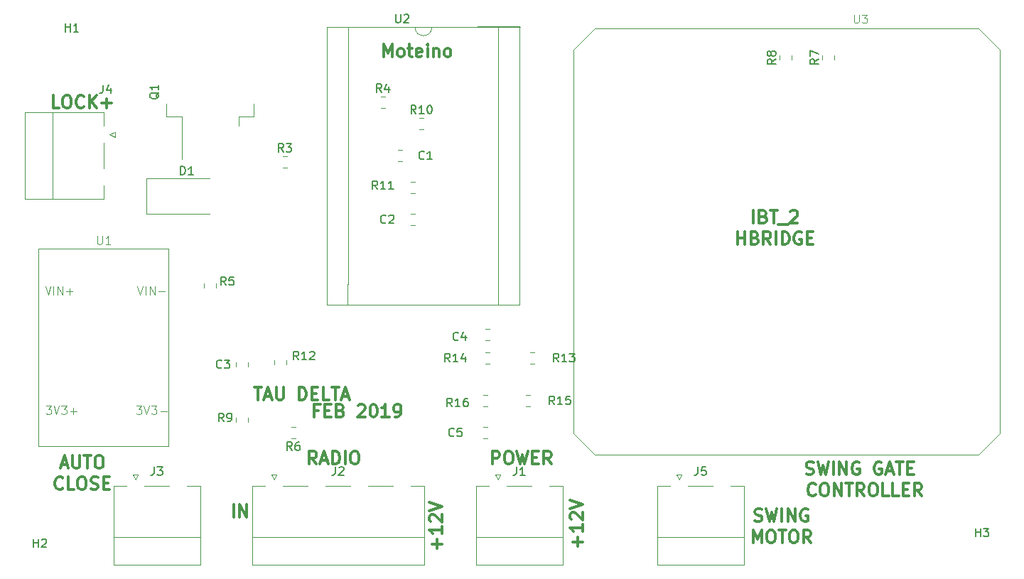
<source format=gbr>
G04 #@! TF.GenerationSoftware,KiCad,Pcbnew,5.0.2+dfsg1-1*
G04 #@! TF.CreationDate,2019-02-11T07:24:08+11:00*
G04 #@! TF.ProjectId,swinggate,7377696e-6767-4617-9465-2e6b69636164,rev?*
G04 #@! TF.SameCoordinates,Original*
G04 #@! TF.FileFunction,Legend,Top*
G04 #@! TF.FilePolarity,Positive*
%FSLAX46Y46*%
G04 Gerber Fmt 4.6, Leading zero omitted, Abs format (unit mm)*
G04 Created by KiCad (PCBNEW 5.0.2+dfsg1-1) date Mon 11 Feb 2019 07:24:08 AEDT*
%MOMM*%
%LPD*%
G01*
G04 APERTURE LIST*
%ADD10C,0.300000*%
%ADD11C,0.120000*%
%ADD12C,0.150000*%
G04 APERTURE END LIST*
D10*
X108133142Y-106572857D02*
X107633142Y-106572857D01*
X107633142Y-107358571D02*
X107633142Y-105858571D01*
X108347428Y-105858571D01*
X108918857Y-106572857D02*
X109418857Y-106572857D01*
X109633142Y-107358571D02*
X108918857Y-107358571D01*
X108918857Y-105858571D01*
X109633142Y-105858571D01*
X110776000Y-106572857D02*
X110990285Y-106644285D01*
X111061714Y-106715714D01*
X111133142Y-106858571D01*
X111133142Y-107072857D01*
X111061714Y-107215714D01*
X110990285Y-107287142D01*
X110847428Y-107358571D01*
X110276000Y-107358571D01*
X110276000Y-105858571D01*
X110776000Y-105858571D01*
X110918857Y-105930000D01*
X110990285Y-106001428D01*
X111061714Y-106144285D01*
X111061714Y-106287142D01*
X110990285Y-106430000D01*
X110918857Y-106501428D01*
X110776000Y-106572857D01*
X110276000Y-106572857D01*
X112847428Y-106001428D02*
X112918857Y-105930000D01*
X113061714Y-105858571D01*
X113418857Y-105858571D01*
X113561714Y-105930000D01*
X113633142Y-106001428D01*
X113704571Y-106144285D01*
X113704571Y-106287142D01*
X113633142Y-106501428D01*
X112776000Y-107358571D01*
X113704571Y-107358571D01*
X114633142Y-105858571D02*
X114776000Y-105858571D01*
X114918857Y-105930000D01*
X114990285Y-106001428D01*
X115061714Y-106144285D01*
X115133142Y-106430000D01*
X115133142Y-106787142D01*
X115061714Y-107072857D01*
X114990285Y-107215714D01*
X114918857Y-107287142D01*
X114776000Y-107358571D01*
X114633142Y-107358571D01*
X114490285Y-107287142D01*
X114418857Y-107215714D01*
X114347428Y-107072857D01*
X114276000Y-106787142D01*
X114276000Y-106430000D01*
X114347428Y-106144285D01*
X114418857Y-106001428D01*
X114490285Y-105930000D01*
X114633142Y-105858571D01*
X116561714Y-107358571D02*
X115704571Y-107358571D01*
X116133142Y-107358571D02*
X116133142Y-105858571D01*
X115990285Y-106072857D01*
X115847428Y-106215714D01*
X115704571Y-106287142D01*
X117276000Y-107358571D02*
X117561714Y-107358571D01*
X117704571Y-107287142D01*
X117776000Y-107215714D01*
X117918857Y-107001428D01*
X117990285Y-106715714D01*
X117990285Y-106144285D01*
X117918857Y-106001428D01*
X117847428Y-105930000D01*
X117704571Y-105858571D01*
X117418857Y-105858571D01*
X117276000Y-105930000D01*
X117204571Y-106001428D01*
X117133142Y-106144285D01*
X117133142Y-106501428D01*
X117204571Y-106644285D01*
X117276000Y-106715714D01*
X117418857Y-106787142D01*
X117704571Y-106787142D01*
X117847428Y-106715714D01*
X117918857Y-106644285D01*
X117990285Y-106501428D01*
X100493428Y-103826571D02*
X101350571Y-103826571D01*
X100922000Y-105326571D02*
X100922000Y-103826571D01*
X101779142Y-104898000D02*
X102493428Y-104898000D01*
X101636285Y-105326571D02*
X102136285Y-103826571D01*
X102636285Y-105326571D01*
X103136285Y-103826571D02*
X103136285Y-105040857D01*
X103207714Y-105183714D01*
X103279142Y-105255142D01*
X103422000Y-105326571D01*
X103707714Y-105326571D01*
X103850571Y-105255142D01*
X103922000Y-105183714D01*
X103993428Y-105040857D01*
X103993428Y-103826571D01*
X105850571Y-105326571D02*
X105850571Y-103826571D01*
X106207714Y-103826571D01*
X106422000Y-103898000D01*
X106564857Y-104040857D01*
X106636285Y-104183714D01*
X106707714Y-104469428D01*
X106707714Y-104683714D01*
X106636285Y-104969428D01*
X106564857Y-105112285D01*
X106422000Y-105255142D01*
X106207714Y-105326571D01*
X105850571Y-105326571D01*
X107350571Y-104540857D02*
X107850571Y-104540857D01*
X108064857Y-105326571D02*
X107350571Y-105326571D01*
X107350571Y-103826571D01*
X108064857Y-103826571D01*
X109422000Y-105326571D02*
X108707714Y-105326571D01*
X108707714Y-103826571D01*
X109707714Y-103826571D02*
X110564857Y-103826571D01*
X110136285Y-105326571D02*
X110136285Y-103826571D01*
X110993428Y-104898000D02*
X111707714Y-104898000D01*
X110850571Y-105326571D02*
X111350571Y-103826571D01*
X111850571Y-105326571D01*
X166263714Y-114140142D02*
X166478000Y-114211571D01*
X166835142Y-114211571D01*
X166978000Y-114140142D01*
X167049428Y-114068714D01*
X167120857Y-113925857D01*
X167120857Y-113783000D01*
X167049428Y-113640142D01*
X166978000Y-113568714D01*
X166835142Y-113497285D01*
X166549428Y-113425857D01*
X166406571Y-113354428D01*
X166335142Y-113283000D01*
X166263714Y-113140142D01*
X166263714Y-112997285D01*
X166335142Y-112854428D01*
X166406571Y-112783000D01*
X166549428Y-112711571D01*
X166906571Y-112711571D01*
X167120857Y-112783000D01*
X167620857Y-112711571D02*
X167978000Y-114211571D01*
X168263714Y-113140142D01*
X168549428Y-114211571D01*
X168906571Y-112711571D01*
X169478000Y-114211571D02*
X169478000Y-112711571D01*
X170192285Y-114211571D02*
X170192285Y-112711571D01*
X171049428Y-114211571D01*
X171049428Y-112711571D01*
X172549428Y-112783000D02*
X172406571Y-112711571D01*
X172192285Y-112711571D01*
X171978000Y-112783000D01*
X171835142Y-112925857D01*
X171763714Y-113068714D01*
X171692285Y-113354428D01*
X171692285Y-113568714D01*
X171763714Y-113854428D01*
X171835142Y-113997285D01*
X171978000Y-114140142D01*
X172192285Y-114211571D01*
X172335142Y-114211571D01*
X172549428Y-114140142D01*
X172620857Y-114068714D01*
X172620857Y-113568714D01*
X172335142Y-113568714D01*
X175192285Y-112783000D02*
X175049428Y-112711571D01*
X174835142Y-112711571D01*
X174620857Y-112783000D01*
X174478000Y-112925857D01*
X174406571Y-113068714D01*
X174335142Y-113354428D01*
X174335142Y-113568714D01*
X174406571Y-113854428D01*
X174478000Y-113997285D01*
X174620857Y-114140142D01*
X174835142Y-114211571D01*
X174978000Y-114211571D01*
X175192285Y-114140142D01*
X175263714Y-114068714D01*
X175263714Y-113568714D01*
X174978000Y-113568714D01*
X175835142Y-113783000D02*
X176549428Y-113783000D01*
X175692285Y-114211571D02*
X176192285Y-112711571D01*
X176692285Y-114211571D01*
X176978000Y-112711571D02*
X177835142Y-112711571D01*
X177406571Y-114211571D02*
X177406571Y-112711571D01*
X178335142Y-113425857D02*
X178835142Y-113425857D01*
X179049428Y-114211571D02*
X178335142Y-114211571D01*
X178335142Y-112711571D01*
X179049428Y-112711571D01*
X167370857Y-116618714D02*
X167299428Y-116690142D01*
X167085142Y-116761571D01*
X166942285Y-116761571D01*
X166728000Y-116690142D01*
X166585142Y-116547285D01*
X166513714Y-116404428D01*
X166442285Y-116118714D01*
X166442285Y-115904428D01*
X166513714Y-115618714D01*
X166585142Y-115475857D01*
X166728000Y-115333000D01*
X166942285Y-115261571D01*
X167085142Y-115261571D01*
X167299428Y-115333000D01*
X167370857Y-115404428D01*
X168299428Y-115261571D02*
X168585142Y-115261571D01*
X168728000Y-115333000D01*
X168870857Y-115475857D01*
X168942285Y-115761571D01*
X168942285Y-116261571D01*
X168870857Y-116547285D01*
X168728000Y-116690142D01*
X168585142Y-116761571D01*
X168299428Y-116761571D01*
X168156571Y-116690142D01*
X168013714Y-116547285D01*
X167942285Y-116261571D01*
X167942285Y-115761571D01*
X168013714Y-115475857D01*
X168156571Y-115333000D01*
X168299428Y-115261571D01*
X169585142Y-116761571D02*
X169585142Y-115261571D01*
X170442285Y-116761571D01*
X170442285Y-115261571D01*
X170942285Y-115261571D02*
X171799428Y-115261571D01*
X171370857Y-116761571D02*
X171370857Y-115261571D01*
X173156571Y-116761571D02*
X172656571Y-116047285D01*
X172299428Y-116761571D02*
X172299428Y-115261571D01*
X172870857Y-115261571D01*
X173013714Y-115333000D01*
X173085142Y-115404428D01*
X173156571Y-115547285D01*
X173156571Y-115761571D01*
X173085142Y-115904428D01*
X173013714Y-115975857D01*
X172870857Y-116047285D01*
X172299428Y-116047285D01*
X174085142Y-115261571D02*
X174370857Y-115261571D01*
X174513714Y-115333000D01*
X174656571Y-115475857D01*
X174728000Y-115761571D01*
X174728000Y-116261571D01*
X174656571Y-116547285D01*
X174513714Y-116690142D01*
X174370857Y-116761571D01*
X174085142Y-116761571D01*
X173942285Y-116690142D01*
X173799428Y-116547285D01*
X173728000Y-116261571D01*
X173728000Y-115761571D01*
X173799428Y-115475857D01*
X173942285Y-115333000D01*
X174085142Y-115261571D01*
X176085142Y-116761571D02*
X175370857Y-116761571D01*
X175370857Y-115261571D01*
X177299428Y-116761571D02*
X176585142Y-116761571D01*
X176585142Y-115261571D01*
X177799428Y-115975857D02*
X178299428Y-115975857D01*
X178513714Y-116761571D02*
X177799428Y-116761571D01*
X177799428Y-115261571D01*
X178513714Y-115261571D01*
X180013714Y-116761571D02*
X179513714Y-116047285D01*
X179156571Y-116761571D02*
X179156571Y-115261571D01*
X179728000Y-115261571D01*
X179870857Y-115333000D01*
X179942285Y-115404428D01*
X180013714Y-115547285D01*
X180013714Y-115761571D01*
X179942285Y-115904428D01*
X179870857Y-115975857D01*
X179728000Y-116047285D01*
X179156571Y-116047285D01*
X115923714Y-64432571D02*
X115923714Y-62932571D01*
X116423714Y-64004000D01*
X116923714Y-62932571D01*
X116923714Y-64432571D01*
X117852285Y-64432571D02*
X117709428Y-64361142D01*
X117638000Y-64289714D01*
X117566571Y-64146857D01*
X117566571Y-63718285D01*
X117638000Y-63575428D01*
X117709428Y-63504000D01*
X117852285Y-63432571D01*
X118066571Y-63432571D01*
X118209428Y-63504000D01*
X118280857Y-63575428D01*
X118352285Y-63718285D01*
X118352285Y-64146857D01*
X118280857Y-64289714D01*
X118209428Y-64361142D01*
X118066571Y-64432571D01*
X117852285Y-64432571D01*
X118780857Y-63432571D02*
X119352285Y-63432571D01*
X118995142Y-62932571D02*
X118995142Y-64218285D01*
X119066571Y-64361142D01*
X119209428Y-64432571D01*
X119352285Y-64432571D01*
X120423714Y-64361142D02*
X120280857Y-64432571D01*
X119995142Y-64432571D01*
X119852285Y-64361142D01*
X119780857Y-64218285D01*
X119780857Y-63646857D01*
X119852285Y-63504000D01*
X119995142Y-63432571D01*
X120280857Y-63432571D01*
X120423714Y-63504000D01*
X120495142Y-63646857D01*
X120495142Y-63789714D01*
X119780857Y-63932571D01*
X121138000Y-64432571D02*
X121138000Y-63432571D01*
X121138000Y-62932571D02*
X121066571Y-63004000D01*
X121138000Y-63075428D01*
X121209428Y-63004000D01*
X121138000Y-62932571D01*
X121138000Y-63075428D01*
X121852285Y-63432571D02*
X121852285Y-64432571D01*
X121852285Y-63575428D02*
X121923714Y-63504000D01*
X122066571Y-63432571D01*
X122280857Y-63432571D01*
X122423714Y-63504000D01*
X122495142Y-63646857D01*
X122495142Y-64432571D01*
X123423714Y-64432571D02*
X123280857Y-64361142D01*
X123209428Y-64289714D01*
X123138000Y-64146857D01*
X123138000Y-63718285D01*
X123209428Y-63575428D01*
X123280857Y-63504000D01*
X123423714Y-63432571D01*
X123638000Y-63432571D01*
X123780857Y-63504000D01*
X123852285Y-63575428D01*
X123923714Y-63718285D01*
X123923714Y-64146857D01*
X123852285Y-64289714D01*
X123780857Y-64361142D01*
X123638000Y-64432571D01*
X123423714Y-64432571D01*
X159952857Y-84239571D02*
X159952857Y-82739571D01*
X161167142Y-83453857D02*
X161381428Y-83525285D01*
X161452857Y-83596714D01*
X161524285Y-83739571D01*
X161524285Y-83953857D01*
X161452857Y-84096714D01*
X161381428Y-84168142D01*
X161238571Y-84239571D01*
X160667142Y-84239571D01*
X160667142Y-82739571D01*
X161167142Y-82739571D01*
X161310000Y-82811000D01*
X161381428Y-82882428D01*
X161452857Y-83025285D01*
X161452857Y-83168142D01*
X161381428Y-83311000D01*
X161310000Y-83382428D01*
X161167142Y-83453857D01*
X160667142Y-83453857D01*
X161952857Y-82739571D02*
X162810000Y-82739571D01*
X162381428Y-84239571D02*
X162381428Y-82739571D01*
X162952857Y-84382428D02*
X164095714Y-84382428D01*
X164381428Y-82882428D02*
X164452857Y-82811000D01*
X164595714Y-82739571D01*
X164952857Y-82739571D01*
X165095714Y-82811000D01*
X165167142Y-82882428D01*
X165238571Y-83025285D01*
X165238571Y-83168142D01*
X165167142Y-83382428D01*
X164310000Y-84239571D01*
X165238571Y-84239571D01*
X158095714Y-86789571D02*
X158095714Y-85289571D01*
X158095714Y-86003857D02*
X158952857Y-86003857D01*
X158952857Y-86789571D02*
X158952857Y-85289571D01*
X160167142Y-86003857D02*
X160381428Y-86075285D01*
X160452857Y-86146714D01*
X160524285Y-86289571D01*
X160524285Y-86503857D01*
X160452857Y-86646714D01*
X160381428Y-86718142D01*
X160238571Y-86789571D01*
X159667142Y-86789571D01*
X159667142Y-85289571D01*
X160167142Y-85289571D01*
X160310000Y-85361000D01*
X160381428Y-85432428D01*
X160452857Y-85575285D01*
X160452857Y-85718142D01*
X160381428Y-85861000D01*
X160310000Y-85932428D01*
X160167142Y-86003857D01*
X159667142Y-86003857D01*
X162024285Y-86789571D02*
X161524285Y-86075285D01*
X161167142Y-86789571D02*
X161167142Y-85289571D01*
X161738571Y-85289571D01*
X161881428Y-85361000D01*
X161952857Y-85432428D01*
X162024285Y-85575285D01*
X162024285Y-85789571D01*
X161952857Y-85932428D01*
X161881428Y-86003857D01*
X161738571Y-86075285D01*
X161167142Y-86075285D01*
X162667142Y-86789571D02*
X162667142Y-85289571D01*
X163381428Y-86789571D02*
X163381428Y-85289571D01*
X163738571Y-85289571D01*
X163952857Y-85361000D01*
X164095714Y-85503857D01*
X164167142Y-85646714D01*
X164238571Y-85932428D01*
X164238571Y-86146714D01*
X164167142Y-86432428D01*
X164095714Y-86575285D01*
X163952857Y-86718142D01*
X163738571Y-86789571D01*
X163381428Y-86789571D01*
X165667142Y-85361000D02*
X165524285Y-85289571D01*
X165310000Y-85289571D01*
X165095714Y-85361000D01*
X164952857Y-85503857D01*
X164881428Y-85646714D01*
X164810000Y-85932428D01*
X164810000Y-86146714D01*
X164881428Y-86432428D01*
X164952857Y-86575285D01*
X165095714Y-86718142D01*
X165310000Y-86789571D01*
X165452857Y-86789571D01*
X165667142Y-86718142D01*
X165738571Y-86646714D01*
X165738571Y-86146714D01*
X165452857Y-86146714D01*
X166381428Y-86003857D02*
X166881428Y-86003857D01*
X167095714Y-86789571D02*
X166381428Y-86789571D01*
X166381428Y-85289571D01*
X167095714Y-85289571D01*
X139045142Y-122784857D02*
X139045142Y-121642000D01*
X139616571Y-122213428D02*
X138473714Y-122213428D01*
X139616571Y-120142000D02*
X139616571Y-120999142D01*
X139616571Y-120570571D02*
X138116571Y-120570571D01*
X138330857Y-120713428D01*
X138473714Y-120856285D01*
X138545142Y-120999142D01*
X138259428Y-119570571D02*
X138188000Y-119499142D01*
X138116571Y-119356285D01*
X138116571Y-118999142D01*
X138188000Y-118856285D01*
X138259428Y-118784857D01*
X138402285Y-118713428D01*
X138545142Y-118713428D01*
X138759428Y-118784857D01*
X139616571Y-119642000D01*
X139616571Y-118713428D01*
X138116571Y-118284857D02*
X139616571Y-117784857D01*
X138116571Y-117284857D01*
X128869714Y-112946571D02*
X128869714Y-111446571D01*
X129441142Y-111446571D01*
X129584000Y-111518000D01*
X129655428Y-111589428D01*
X129726857Y-111732285D01*
X129726857Y-111946571D01*
X129655428Y-112089428D01*
X129584000Y-112160857D01*
X129441142Y-112232285D01*
X128869714Y-112232285D01*
X130655428Y-111446571D02*
X130941142Y-111446571D01*
X131084000Y-111518000D01*
X131226857Y-111660857D01*
X131298285Y-111946571D01*
X131298285Y-112446571D01*
X131226857Y-112732285D01*
X131084000Y-112875142D01*
X130941142Y-112946571D01*
X130655428Y-112946571D01*
X130512571Y-112875142D01*
X130369714Y-112732285D01*
X130298285Y-112446571D01*
X130298285Y-111946571D01*
X130369714Y-111660857D01*
X130512571Y-111518000D01*
X130655428Y-111446571D01*
X131798285Y-111446571D02*
X132155428Y-112946571D01*
X132441142Y-111875142D01*
X132726857Y-112946571D01*
X133084000Y-111446571D01*
X133655428Y-112160857D02*
X134155428Y-112160857D01*
X134369714Y-112946571D02*
X133655428Y-112946571D01*
X133655428Y-111446571D01*
X134369714Y-111446571D01*
X135869714Y-112946571D02*
X135369714Y-112232285D01*
X135012571Y-112946571D02*
X135012571Y-111446571D01*
X135584000Y-111446571D01*
X135726857Y-111518000D01*
X135798285Y-111589428D01*
X135869714Y-111732285D01*
X135869714Y-111946571D01*
X135798285Y-112089428D01*
X135726857Y-112160857D01*
X135584000Y-112232285D01*
X135012571Y-112232285D01*
X122281142Y-123038857D02*
X122281142Y-121896000D01*
X122852571Y-122467428D02*
X121709714Y-122467428D01*
X122852571Y-120396000D02*
X122852571Y-121253142D01*
X122852571Y-120824571D02*
X121352571Y-120824571D01*
X121566857Y-120967428D01*
X121709714Y-121110285D01*
X121781142Y-121253142D01*
X121495428Y-119824571D02*
X121424000Y-119753142D01*
X121352571Y-119610285D01*
X121352571Y-119253142D01*
X121424000Y-119110285D01*
X121495428Y-119038857D01*
X121638285Y-118967428D01*
X121781142Y-118967428D01*
X121995428Y-119038857D01*
X122852571Y-119896000D01*
X122852571Y-118967428D01*
X121352571Y-118538857D02*
X122852571Y-118038857D01*
X121352571Y-117538857D01*
X98020285Y-119296571D02*
X98020285Y-117796571D01*
X98734571Y-119296571D02*
X98734571Y-117796571D01*
X99591714Y-119296571D01*
X99591714Y-117796571D01*
X107910571Y-112946571D02*
X107410571Y-112232285D01*
X107053428Y-112946571D02*
X107053428Y-111446571D01*
X107624857Y-111446571D01*
X107767714Y-111518000D01*
X107839142Y-111589428D01*
X107910571Y-111732285D01*
X107910571Y-111946571D01*
X107839142Y-112089428D01*
X107767714Y-112160857D01*
X107624857Y-112232285D01*
X107053428Y-112232285D01*
X108482000Y-112518000D02*
X109196285Y-112518000D01*
X108339142Y-112946571D02*
X108839142Y-111446571D01*
X109339142Y-112946571D01*
X109839142Y-112946571D02*
X109839142Y-111446571D01*
X110196285Y-111446571D01*
X110410571Y-111518000D01*
X110553428Y-111660857D01*
X110624857Y-111803714D01*
X110696285Y-112089428D01*
X110696285Y-112303714D01*
X110624857Y-112589428D01*
X110553428Y-112732285D01*
X110410571Y-112875142D01*
X110196285Y-112946571D01*
X109839142Y-112946571D01*
X111339142Y-112946571D02*
X111339142Y-111446571D01*
X112339142Y-111446571D02*
X112624857Y-111446571D01*
X112767714Y-111518000D01*
X112910571Y-111660857D01*
X112982000Y-111946571D01*
X112982000Y-112446571D01*
X112910571Y-112732285D01*
X112767714Y-112875142D01*
X112624857Y-112946571D01*
X112339142Y-112946571D01*
X112196285Y-112875142D01*
X112053428Y-112732285D01*
X111982000Y-112446571D01*
X111982000Y-111946571D01*
X112053428Y-111660857D01*
X112196285Y-111518000D01*
X112339142Y-111446571D01*
X77510000Y-113021000D02*
X78224285Y-113021000D01*
X77367142Y-113449571D02*
X77867142Y-111949571D01*
X78367142Y-113449571D01*
X78867142Y-111949571D02*
X78867142Y-113163857D01*
X78938571Y-113306714D01*
X79010000Y-113378142D01*
X79152857Y-113449571D01*
X79438571Y-113449571D01*
X79581428Y-113378142D01*
X79652857Y-113306714D01*
X79724285Y-113163857D01*
X79724285Y-111949571D01*
X80224285Y-111949571D02*
X81081428Y-111949571D01*
X80652857Y-113449571D02*
X80652857Y-111949571D01*
X81867142Y-111949571D02*
X82152857Y-111949571D01*
X82295714Y-112021000D01*
X82438571Y-112163857D01*
X82510000Y-112449571D01*
X82510000Y-112949571D01*
X82438571Y-113235285D01*
X82295714Y-113378142D01*
X82152857Y-113449571D01*
X81867142Y-113449571D01*
X81724285Y-113378142D01*
X81581428Y-113235285D01*
X81510000Y-112949571D01*
X81510000Y-112449571D01*
X81581428Y-112163857D01*
X81724285Y-112021000D01*
X81867142Y-111949571D01*
X77688571Y-115856714D02*
X77617142Y-115928142D01*
X77402857Y-115999571D01*
X77260000Y-115999571D01*
X77045714Y-115928142D01*
X76902857Y-115785285D01*
X76831428Y-115642428D01*
X76760000Y-115356714D01*
X76760000Y-115142428D01*
X76831428Y-114856714D01*
X76902857Y-114713857D01*
X77045714Y-114571000D01*
X77260000Y-114499571D01*
X77402857Y-114499571D01*
X77617142Y-114571000D01*
X77688571Y-114642428D01*
X79045714Y-115999571D02*
X78331428Y-115999571D01*
X78331428Y-114499571D01*
X79831428Y-114499571D02*
X80117142Y-114499571D01*
X80260000Y-114571000D01*
X80402857Y-114713857D01*
X80474285Y-114999571D01*
X80474285Y-115499571D01*
X80402857Y-115785285D01*
X80260000Y-115928142D01*
X80117142Y-115999571D01*
X79831428Y-115999571D01*
X79688571Y-115928142D01*
X79545714Y-115785285D01*
X79474285Y-115499571D01*
X79474285Y-114999571D01*
X79545714Y-114713857D01*
X79688571Y-114571000D01*
X79831428Y-114499571D01*
X81045714Y-115928142D02*
X81260000Y-115999571D01*
X81617142Y-115999571D01*
X81760000Y-115928142D01*
X81831428Y-115856714D01*
X81902857Y-115713857D01*
X81902857Y-115571000D01*
X81831428Y-115428142D01*
X81760000Y-115356714D01*
X81617142Y-115285285D01*
X81331428Y-115213857D01*
X81188571Y-115142428D01*
X81117142Y-115071000D01*
X81045714Y-114928142D01*
X81045714Y-114785285D01*
X81117142Y-114642428D01*
X81188571Y-114571000D01*
X81331428Y-114499571D01*
X81688571Y-114499571D01*
X81902857Y-114571000D01*
X82545714Y-115213857D02*
X83045714Y-115213857D01*
X83260000Y-115999571D02*
X82545714Y-115999571D01*
X82545714Y-114499571D01*
X83260000Y-114499571D01*
X77260000Y-70528571D02*
X76545714Y-70528571D01*
X76545714Y-69028571D01*
X78045714Y-69028571D02*
X78331428Y-69028571D01*
X78474285Y-69100000D01*
X78617142Y-69242857D01*
X78688571Y-69528571D01*
X78688571Y-70028571D01*
X78617142Y-70314285D01*
X78474285Y-70457142D01*
X78331428Y-70528571D01*
X78045714Y-70528571D01*
X77902857Y-70457142D01*
X77760000Y-70314285D01*
X77688571Y-70028571D01*
X77688571Y-69528571D01*
X77760000Y-69242857D01*
X77902857Y-69100000D01*
X78045714Y-69028571D01*
X80188571Y-70385714D02*
X80117142Y-70457142D01*
X79902857Y-70528571D01*
X79760000Y-70528571D01*
X79545714Y-70457142D01*
X79402857Y-70314285D01*
X79331428Y-70171428D01*
X79260000Y-69885714D01*
X79260000Y-69671428D01*
X79331428Y-69385714D01*
X79402857Y-69242857D01*
X79545714Y-69100000D01*
X79760000Y-69028571D01*
X79902857Y-69028571D01*
X80117142Y-69100000D01*
X80188571Y-69171428D01*
X80831428Y-70528571D02*
X80831428Y-69028571D01*
X81688571Y-70528571D02*
X81045714Y-69671428D01*
X81688571Y-69028571D02*
X80831428Y-69885714D01*
X82331428Y-69957142D02*
X83474285Y-69957142D01*
X82902857Y-70528571D02*
X82902857Y-69385714D01*
X160143428Y-119728142D02*
X160357714Y-119799571D01*
X160714857Y-119799571D01*
X160857714Y-119728142D01*
X160929142Y-119656714D01*
X161000571Y-119513857D01*
X161000571Y-119371000D01*
X160929142Y-119228142D01*
X160857714Y-119156714D01*
X160714857Y-119085285D01*
X160429142Y-119013857D01*
X160286285Y-118942428D01*
X160214857Y-118871000D01*
X160143428Y-118728142D01*
X160143428Y-118585285D01*
X160214857Y-118442428D01*
X160286285Y-118371000D01*
X160429142Y-118299571D01*
X160786285Y-118299571D01*
X161000571Y-118371000D01*
X161500571Y-118299571D02*
X161857714Y-119799571D01*
X162143428Y-118728142D01*
X162429142Y-119799571D01*
X162786285Y-118299571D01*
X163357714Y-119799571D02*
X163357714Y-118299571D01*
X164072000Y-119799571D02*
X164072000Y-118299571D01*
X164929142Y-119799571D01*
X164929142Y-118299571D01*
X166429142Y-118371000D02*
X166286285Y-118299571D01*
X166072000Y-118299571D01*
X165857714Y-118371000D01*
X165714857Y-118513857D01*
X165643428Y-118656714D01*
X165572000Y-118942428D01*
X165572000Y-119156714D01*
X165643428Y-119442428D01*
X165714857Y-119585285D01*
X165857714Y-119728142D01*
X166072000Y-119799571D01*
X166214857Y-119799571D01*
X166429142Y-119728142D01*
X166500571Y-119656714D01*
X166500571Y-119156714D01*
X166214857Y-119156714D01*
X159929142Y-122349571D02*
X159929142Y-120849571D01*
X160429142Y-121921000D01*
X160929142Y-120849571D01*
X160929142Y-122349571D01*
X161929142Y-120849571D02*
X162214857Y-120849571D01*
X162357714Y-120921000D01*
X162500571Y-121063857D01*
X162572000Y-121349571D01*
X162572000Y-121849571D01*
X162500571Y-122135285D01*
X162357714Y-122278142D01*
X162214857Y-122349571D01*
X161929142Y-122349571D01*
X161786285Y-122278142D01*
X161643428Y-122135285D01*
X161572000Y-121849571D01*
X161572000Y-121349571D01*
X161643428Y-121063857D01*
X161786285Y-120921000D01*
X161929142Y-120849571D01*
X163000571Y-120849571D02*
X163857714Y-120849571D01*
X163429142Y-122349571D02*
X163429142Y-120849571D01*
X164643428Y-120849571D02*
X164929142Y-120849571D01*
X165072000Y-120921000D01*
X165214857Y-121063857D01*
X165286285Y-121349571D01*
X165286285Y-121849571D01*
X165214857Y-122135285D01*
X165072000Y-122278142D01*
X164929142Y-122349571D01*
X164643428Y-122349571D01*
X164500571Y-122278142D01*
X164357714Y-122135285D01*
X164286285Y-121849571D01*
X164286285Y-121349571D01*
X164357714Y-121063857D01*
X164500571Y-120921000D01*
X164643428Y-120849571D01*
X166786285Y-122349571D02*
X166286285Y-121635285D01*
X165929142Y-122349571D02*
X165929142Y-120849571D01*
X166500571Y-120849571D01*
X166643428Y-120921000D01*
X166714857Y-120992428D01*
X166786285Y-121135285D01*
X166786285Y-121349571D01*
X166714857Y-121492428D01*
X166643428Y-121563857D01*
X166500571Y-121635285D01*
X165929142Y-121635285D01*
D11*
G04 #@! TO.C,U3*
X138490001Y-63560001D02*
X141030001Y-61020001D01*
X138490001Y-109280001D02*
X138490001Y-63560001D01*
X141030001Y-111820001D02*
X138490001Y-109280001D01*
X186750001Y-111820001D02*
X141030001Y-111820001D01*
X189290001Y-109280001D02*
X186750001Y-111820001D01*
X189290001Y-63560001D02*
X189290001Y-109280001D01*
X186750001Y-61020001D02*
X189290001Y-63560001D01*
X141030001Y-61020001D02*
X186750001Y-61020001D01*
G04 #@! TO.C,C1*
X118126252Y-75490000D02*
X117603748Y-75490000D01*
X118126252Y-76910000D02*
X117603748Y-76910000D01*
G04 #@! TO.C,C2*
X119118748Y-84530000D02*
X119641252Y-84530000D01*
X119118748Y-83110000D02*
X119641252Y-83110000D01*
G04 #@! TO.C,C3*
X99770000Y-101326252D02*
X99770000Y-100803748D01*
X98350000Y-101326252D02*
X98350000Y-100803748D01*
G04 #@! TO.C,C4*
X128531252Y-96826000D02*
X128008748Y-96826000D01*
X128531252Y-98246000D02*
X128008748Y-98246000D01*
G04 #@! TO.C,C5*
X128286252Y-108510000D02*
X127763748Y-108510000D01*
X128286252Y-109930000D02*
X127763748Y-109930000D01*
G04 #@! TO.C,D1*
X87606000Y-78876000D02*
X95156000Y-78876000D01*
X87606000Y-83176000D02*
X95156000Y-83176000D01*
X87606000Y-78876000D02*
X87606000Y-83176000D01*
G04 #@! TO.C,J1*
X129240000Y-114240000D02*
X129840000Y-114240000D01*
X129540000Y-114840000D02*
X129240000Y-114240000D01*
X129840000Y-114240000D02*
X129540000Y-114840000D01*
X126890000Y-121640000D02*
X137270000Y-121640000D01*
X130590000Y-115530000D02*
X133570000Y-115530000D01*
X137270000Y-115530000D02*
X135670000Y-115530000D01*
X126890000Y-115530000D02*
X128490000Y-115530000D01*
X137270000Y-124950000D02*
X137270000Y-115530000D01*
X126890000Y-124950000D02*
X137270000Y-124950000D01*
X126890000Y-115530000D02*
X126890000Y-124950000D01*
G04 #@! TO.C,J3*
X86060000Y-114240000D02*
X86660000Y-114240000D01*
X86360000Y-114840000D02*
X86060000Y-114240000D01*
X86660000Y-114240000D02*
X86360000Y-114840000D01*
X83710000Y-121640000D02*
X94090000Y-121640000D01*
X87410000Y-115530000D02*
X90390000Y-115530000D01*
X94090000Y-115530000D02*
X92490000Y-115530000D01*
X83710000Y-115530000D02*
X85310000Y-115530000D01*
X94090000Y-124950000D02*
X94090000Y-115530000D01*
X83710000Y-124950000D02*
X94090000Y-124950000D01*
X83710000Y-115530000D02*
X83710000Y-124950000D01*
G04 #@! TO.C,J4*
X83880000Y-73360000D02*
X83880000Y-73960000D01*
X83280000Y-73660000D02*
X83880000Y-73360000D01*
X83880000Y-73960000D02*
X83280000Y-73660000D01*
X76480000Y-71010000D02*
X76480000Y-81390000D01*
X82590000Y-74710000D02*
X82590000Y-77690000D01*
X82590000Y-81390000D02*
X82590000Y-79790000D01*
X82590000Y-71010000D02*
X82590000Y-72610000D01*
X73170000Y-81390000D02*
X82590000Y-81390000D01*
X73170000Y-71010000D02*
X73170000Y-81390000D01*
X82590000Y-71010000D02*
X73170000Y-71010000D01*
G04 #@! TO.C,J5*
X150830000Y-114240000D02*
X151430000Y-114240000D01*
X151130000Y-114840000D02*
X150830000Y-114240000D01*
X151430000Y-114240000D02*
X151130000Y-114840000D01*
X148480000Y-121640000D02*
X158860000Y-121640000D01*
X152180000Y-115530000D02*
X155160000Y-115530000D01*
X158860000Y-115530000D02*
X157260000Y-115530000D01*
X148480000Y-115530000D02*
X150080000Y-115530000D01*
X158860000Y-124950000D02*
X158860000Y-115530000D01*
X148480000Y-124950000D02*
X158860000Y-124950000D01*
X148480000Y-115530000D02*
X148480000Y-124950000D01*
G04 #@! TO.C,Q1*
X98640000Y-71530000D02*
X98640000Y-72630000D01*
X100450000Y-71530000D02*
X98640000Y-71530000D01*
X100450000Y-70030000D02*
X100450000Y-71530000D01*
X91860000Y-71530000D02*
X91860000Y-76655000D01*
X90050000Y-71530000D02*
X91860000Y-71530000D01*
X90050000Y-70030000D02*
X90050000Y-71530000D01*
G04 #@! TO.C,R3*
X103869748Y-77672000D02*
X104392252Y-77672000D01*
X103869748Y-76252000D02*
X104392252Y-76252000D01*
G04 #@! TO.C,R4*
X115553748Y-70560000D02*
X116076252Y-70560000D01*
X115553748Y-69140000D02*
X116076252Y-69140000D01*
G04 #@! TO.C,R5*
X94540000Y-91432748D02*
X94540000Y-91955252D01*
X95960000Y-91432748D02*
X95960000Y-91955252D01*
G04 #@! TO.C,R6*
X105426252Y-108510000D02*
X104903748Y-108510000D01*
X105426252Y-109930000D02*
X104903748Y-109930000D01*
G04 #@! TO.C,R7*
X169620000Y-64786252D02*
X169620000Y-64263748D01*
X168200000Y-64786252D02*
X168200000Y-64263748D01*
G04 #@! TO.C,R8*
X164540000Y-64786252D02*
X164540000Y-64263748D01*
X163120000Y-64786252D02*
X163120000Y-64263748D01*
G04 #@! TO.C,R9*
X98350000Y-107443748D02*
X98350000Y-107966252D01*
X99770000Y-107443748D02*
X99770000Y-107966252D01*
G04 #@! TO.C,R10*
X120143748Y-73100000D02*
X120666252Y-73100000D01*
X120143748Y-71680000D02*
X120666252Y-71680000D01*
G04 #@! TO.C,R11*
X119118748Y-80720000D02*
X119641252Y-80720000D01*
X119118748Y-79300000D02*
X119641252Y-79300000D01*
G04 #@! TO.C,R12*
X104342000Y-101090252D02*
X104342000Y-100567748D01*
X102922000Y-101090252D02*
X102922000Y-100567748D01*
G04 #@! TO.C,R13*
X133856252Y-99620000D02*
X133333748Y-99620000D01*
X133856252Y-101040000D02*
X133333748Y-101040000D01*
G04 #@! TO.C,R14*
X128531252Y-99620000D02*
X128008748Y-99620000D01*
X128531252Y-101040000D02*
X128008748Y-101040000D01*
G04 #@! TO.C,R15*
X133366252Y-104700000D02*
X132843748Y-104700000D01*
X133366252Y-106120000D02*
X132843748Y-106120000D01*
G04 #@! TO.C,R16*
X128286252Y-104700000D02*
X127763748Y-104700000D01*
X128286252Y-106120000D02*
X127763748Y-106120000D01*
G04 #@! TO.C,U1*
X74800000Y-110810000D02*
X90300000Y-110810000D01*
X74800000Y-87310000D02*
X74800000Y-110810000D01*
X90300000Y-87310000D02*
X74800000Y-87310000D01*
X90300000Y-110810000D02*
X90300000Y-87310000D01*
G04 #@! TO.C,U2*
X109156500Y-93980000D02*
X127063500Y-93980000D01*
X111633000Y-91503500D02*
X111633000Y-93980000D01*
X129540000Y-91567000D02*
X129540000Y-93980000D01*
X132080000Y-93980000D02*
X132080000Y-91694000D01*
X127063500Y-93980000D02*
X132080000Y-93980000D01*
X109156500Y-91567000D02*
X109156500Y-93980000D01*
D12*
X127060000Y-60840000D02*
X132140000Y-60840000D01*
D11*
X127060000Y-60840000D02*
X109160000Y-60840000D01*
X132080000Y-91680000D02*
X132080000Y-60960000D01*
X109160000Y-60840000D02*
X109160000Y-91560000D01*
X124570000Y-60900000D02*
X119110000Y-60900000D01*
X129540000Y-91560000D02*
X129540000Y-60960000D01*
X111650000Y-60900000D02*
X111650000Y-91500000D01*
X117110000Y-60900000D02*
X111650000Y-60900000D01*
X121650000Y-60900000D02*
G75*
G02X119650000Y-60900000I-1000000J0D01*
G01*
G04 #@! TO.C,J2*
X102570000Y-114240000D02*
X103170000Y-114240000D01*
X102870000Y-114840000D02*
X102570000Y-114240000D01*
X103170000Y-114240000D02*
X102870000Y-114840000D01*
X100220000Y-121640000D02*
X120760000Y-121640000D01*
X114080000Y-115530000D02*
X117060000Y-115530000D01*
X109000000Y-115530000D02*
X111980000Y-115530000D01*
X103920000Y-115530000D02*
X106900000Y-115530000D01*
X120760000Y-115530000D02*
X119160000Y-115530000D01*
X100220000Y-115530000D02*
X101820000Y-115530000D01*
X120760000Y-124950000D02*
X120760000Y-115530000D01*
X100220000Y-124950000D02*
X120760000Y-124950000D01*
X100220000Y-115530000D02*
X100220000Y-124950000D01*
G04 #@! TO.C,U3*
X171958095Y-59396380D02*
X171958095Y-60205904D01*
X172005714Y-60301142D01*
X172053333Y-60348761D01*
X172148571Y-60396380D01*
X172339047Y-60396380D01*
X172434285Y-60348761D01*
X172481904Y-60301142D01*
X172529523Y-60205904D01*
X172529523Y-59396380D01*
X172910476Y-59396380D02*
X173529523Y-59396380D01*
X173196190Y-59777333D01*
X173339047Y-59777333D01*
X173434285Y-59824952D01*
X173481904Y-59872571D01*
X173529523Y-59967809D01*
X173529523Y-60205904D01*
X173481904Y-60301142D01*
X173434285Y-60348761D01*
X173339047Y-60396380D01*
X173053333Y-60396380D01*
X172958095Y-60348761D01*
X172910476Y-60301142D01*
G04 #@! TO.C,H1*
D12*
X77978095Y-61422380D02*
X77978095Y-60422380D01*
X77978095Y-60898571D02*
X78549523Y-60898571D01*
X78549523Y-61422380D02*
X78549523Y-60422380D01*
X79549523Y-61422380D02*
X78978095Y-61422380D01*
X79263809Y-61422380D02*
X79263809Y-60422380D01*
X79168571Y-60565238D01*
X79073333Y-60660476D01*
X78978095Y-60708095D01*
G04 #@! TO.C,H2*
X74168095Y-122880380D02*
X74168095Y-121880380D01*
X74168095Y-122356571D02*
X74739523Y-122356571D01*
X74739523Y-122880380D02*
X74739523Y-121880380D01*
X75168095Y-121975619D02*
X75215714Y-121928000D01*
X75310952Y-121880380D01*
X75549047Y-121880380D01*
X75644285Y-121928000D01*
X75691904Y-121975619D01*
X75739523Y-122070857D01*
X75739523Y-122166095D01*
X75691904Y-122308952D01*
X75120476Y-122880380D01*
X75739523Y-122880380D01*
G04 #@! TO.C,H3*
X186436095Y-121610380D02*
X186436095Y-120610380D01*
X186436095Y-121086571D02*
X187007523Y-121086571D01*
X187007523Y-121610380D02*
X187007523Y-120610380D01*
X187388476Y-120610380D02*
X188007523Y-120610380D01*
X187674190Y-120991333D01*
X187817047Y-120991333D01*
X187912285Y-121038952D01*
X187959904Y-121086571D01*
X188007523Y-121181809D01*
X188007523Y-121419904D01*
X187959904Y-121515142D01*
X187912285Y-121562761D01*
X187817047Y-121610380D01*
X187531333Y-121610380D01*
X187436095Y-121562761D01*
X187388476Y-121515142D01*
G04 #@! TO.C,C1*
X120737333Y-76557142D02*
X120689714Y-76604761D01*
X120546857Y-76652380D01*
X120451619Y-76652380D01*
X120308761Y-76604761D01*
X120213523Y-76509523D01*
X120165904Y-76414285D01*
X120118285Y-76223809D01*
X120118285Y-76080952D01*
X120165904Y-75890476D01*
X120213523Y-75795238D01*
X120308761Y-75700000D01*
X120451619Y-75652380D01*
X120546857Y-75652380D01*
X120689714Y-75700000D01*
X120737333Y-75747619D01*
X121689714Y-76652380D02*
X121118285Y-76652380D01*
X121404000Y-76652380D02*
X121404000Y-75652380D01*
X121308761Y-75795238D01*
X121213523Y-75890476D01*
X121118285Y-75938095D01*
G04 #@! TO.C,C2*
X116165333Y-84177142D02*
X116117714Y-84224761D01*
X115974857Y-84272380D01*
X115879619Y-84272380D01*
X115736761Y-84224761D01*
X115641523Y-84129523D01*
X115593904Y-84034285D01*
X115546285Y-83843809D01*
X115546285Y-83700952D01*
X115593904Y-83510476D01*
X115641523Y-83415238D01*
X115736761Y-83320000D01*
X115879619Y-83272380D01*
X115974857Y-83272380D01*
X116117714Y-83320000D01*
X116165333Y-83367619D01*
X116546285Y-83367619D02*
X116593904Y-83320000D01*
X116689142Y-83272380D01*
X116927238Y-83272380D01*
X117022476Y-83320000D01*
X117070095Y-83367619D01*
X117117714Y-83462857D01*
X117117714Y-83558095D01*
X117070095Y-83700952D01*
X116498666Y-84272380D01*
X117117714Y-84272380D01*
G04 #@! TO.C,C3*
X96607333Y-101449142D02*
X96559714Y-101496761D01*
X96416857Y-101544380D01*
X96321619Y-101544380D01*
X96178761Y-101496761D01*
X96083523Y-101401523D01*
X96035904Y-101306285D01*
X95988285Y-101115809D01*
X95988285Y-100972952D01*
X96035904Y-100782476D01*
X96083523Y-100687238D01*
X96178761Y-100592000D01*
X96321619Y-100544380D01*
X96416857Y-100544380D01*
X96559714Y-100592000D01*
X96607333Y-100639619D01*
X96940666Y-100544380D02*
X97559714Y-100544380D01*
X97226380Y-100925333D01*
X97369238Y-100925333D01*
X97464476Y-100972952D01*
X97512095Y-101020571D01*
X97559714Y-101115809D01*
X97559714Y-101353904D01*
X97512095Y-101449142D01*
X97464476Y-101496761D01*
X97369238Y-101544380D01*
X97083523Y-101544380D01*
X96988285Y-101496761D01*
X96940666Y-101449142D01*
G04 #@! TO.C,C4*
X124801333Y-98147142D02*
X124753714Y-98194761D01*
X124610857Y-98242380D01*
X124515619Y-98242380D01*
X124372761Y-98194761D01*
X124277523Y-98099523D01*
X124229904Y-98004285D01*
X124182285Y-97813809D01*
X124182285Y-97670952D01*
X124229904Y-97480476D01*
X124277523Y-97385238D01*
X124372761Y-97290000D01*
X124515619Y-97242380D01*
X124610857Y-97242380D01*
X124753714Y-97290000D01*
X124801333Y-97337619D01*
X125658476Y-97575714D02*
X125658476Y-98242380D01*
X125420380Y-97194761D02*
X125182285Y-97909047D01*
X125801333Y-97909047D01*
G04 #@! TO.C,C5*
X124293333Y-109577142D02*
X124245714Y-109624761D01*
X124102857Y-109672380D01*
X124007619Y-109672380D01*
X123864761Y-109624761D01*
X123769523Y-109529523D01*
X123721904Y-109434285D01*
X123674285Y-109243809D01*
X123674285Y-109100952D01*
X123721904Y-108910476D01*
X123769523Y-108815238D01*
X123864761Y-108720000D01*
X124007619Y-108672380D01*
X124102857Y-108672380D01*
X124245714Y-108720000D01*
X124293333Y-108767619D01*
X125198095Y-108672380D02*
X124721904Y-108672380D01*
X124674285Y-109148571D01*
X124721904Y-109100952D01*
X124817142Y-109053333D01*
X125055238Y-109053333D01*
X125150476Y-109100952D01*
X125198095Y-109148571D01*
X125245714Y-109243809D01*
X125245714Y-109481904D01*
X125198095Y-109577142D01*
X125150476Y-109624761D01*
X125055238Y-109672380D01*
X124817142Y-109672380D01*
X124721904Y-109624761D01*
X124674285Y-109577142D01*
G04 #@! TO.C,D1*
X91717904Y-78478380D02*
X91717904Y-77478380D01*
X91956000Y-77478380D01*
X92098857Y-77526000D01*
X92194095Y-77621238D01*
X92241714Y-77716476D01*
X92289333Y-77906952D01*
X92289333Y-78049809D01*
X92241714Y-78240285D01*
X92194095Y-78335523D01*
X92098857Y-78430761D01*
X91956000Y-78478380D01*
X91717904Y-78478380D01*
X93241714Y-78478380D02*
X92670285Y-78478380D01*
X92956000Y-78478380D02*
X92956000Y-77478380D01*
X92860761Y-77621238D01*
X92765523Y-77716476D01*
X92670285Y-77764095D01*
G04 #@! TO.C,J1*
X131746666Y-113292380D02*
X131746666Y-114006666D01*
X131699047Y-114149523D01*
X131603809Y-114244761D01*
X131460952Y-114292380D01*
X131365714Y-114292380D01*
X132746666Y-114292380D02*
X132175238Y-114292380D01*
X132460952Y-114292380D02*
X132460952Y-113292380D01*
X132365714Y-113435238D01*
X132270476Y-113530476D01*
X132175238Y-113578095D01*
G04 #@! TO.C,J3*
X88566666Y-113292380D02*
X88566666Y-114006666D01*
X88519047Y-114149523D01*
X88423809Y-114244761D01*
X88280952Y-114292380D01*
X88185714Y-114292380D01*
X88947619Y-113292380D02*
X89566666Y-113292380D01*
X89233333Y-113673333D01*
X89376190Y-113673333D01*
X89471428Y-113720952D01*
X89519047Y-113768571D01*
X89566666Y-113863809D01*
X89566666Y-114101904D01*
X89519047Y-114197142D01*
X89471428Y-114244761D01*
X89376190Y-114292380D01*
X89090476Y-114292380D01*
X88995238Y-114244761D01*
X88947619Y-114197142D01*
G04 #@! TO.C,J4*
X82470666Y-67778380D02*
X82470666Y-68492666D01*
X82423047Y-68635523D01*
X82327809Y-68730761D01*
X82184952Y-68778380D01*
X82089714Y-68778380D01*
X83375428Y-68111714D02*
X83375428Y-68778380D01*
X83137333Y-67730761D02*
X82899238Y-68445047D01*
X83518285Y-68445047D01*
G04 #@! TO.C,J5*
X153336666Y-113292380D02*
X153336666Y-114006666D01*
X153289047Y-114149523D01*
X153193809Y-114244761D01*
X153050952Y-114292380D01*
X152955714Y-114292380D01*
X154289047Y-113292380D02*
X153812857Y-113292380D01*
X153765238Y-113768571D01*
X153812857Y-113720952D01*
X153908095Y-113673333D01*
X154146190Y-113673333D01*
X154241428Y-113720952D01*
X154289047Y-113768571D01*
X154336666Y-113863809D01*
X154336666Y-114101904D01*
X154289047Y-114197142D01*
X154241428Y-114244761D01*
X154146190Y-114292380D01*
X153908095Y-114292380D01*
X153812857Y-114244761D01*
X153765238Y-114197142D01*
G04 #@! TO.C,Q1*
X89147619Y-68675238D02*
X89100000Y-68770476D01*
X89004761Y-68865714D01*
X88861904Y-69008571D01*
X88814285Y-69103809D01*
X88814285Y-69199047D01*
X89052380Y-69151428D02*
X89004761Y-69246666D01*
X88909523Y-69341904D01*
X88719047Y-69389523D01*
X88385714Y-69389523D01*
X88195238Y-69341904D01*
X88100000Y-69246666D01*
X88052380Y-69151428D01*
X88052380Y-68960952D01*
X88100000Y-68865714D01*
X88195238Y-68770476D01*
X88385714Y-68722857D01*
X88719047Y-68722857D01*
X88909523Y-68770476D01*
X89004761Y-68865714D01*
X89052380Y-68960952D01*
X89052380Y-69151428D01*
X89052380Y-67770476D02*
X89052380Y-68341904D01*
X89052380Y-68056190D02*
X88052380Y-68056190D01*
X88195238Y-68151428D01*
X88290476Y-68246666D01*
X88338095Y-68341904D01*
G04 #@! TO.C,R3*
X103964333Y-75764380D02*
X103631000Y-75288190D01*
X103392904Y-75764380D02*
X103392904Y-74764380D01*
X103773857Y-74764380D01*
X103869095Y-74812000D01*
X103916714Y-74859619D01*
X103964333Y-74954857D01*
X103964333Y-75097714D01*
X103916714Y-75192952D01*
X103869095Y-75240571D01*
X103773857Y-75288190D01*
X103392904Y-75288190D01*
X104297666Y-74764380D02*
X104916714Y-74764380D01*
X104583380Y-75145333D01*
X104726238Y-75145333D01*
X104821476Y-75192952D01*
X104869095Y-75240571D01*
X104916714Y-75335809D01*
X104916714Y-75573904D01*
X104869095Y-75669142D01*
X104821476Y-75716761D01*
X104726238Y-75764380D01*
X104440523Y-75764380D01*
X104345285Y-75716761D01*
X104297666Y-75669142D01*
G04 #@! TO.C,R4*
X115648333Y-68652380D02*
X115315000Y-68176190D01*
X115076904Y-68652380D02*
X115076904Y-67652380D01*
X115457857Y-67652380D01*
X115553095Y-67700000D01*
X115600714Y-67747619D01*
X115648333Y-67842857D01*
X115648333Y-67985714D01*
X115600714Y-68080952D01*
X115553095Y-68128571D01*
X115457857Y-68176190D01*
X115076904Y-68176190D01*
X116505476Y-67985714D02*
X116505476Y-68652380D01*
X116267380Y-67604761D02*
X116029285Y-68319047D01*
X116648333Y-68319047D01*
G04 #@! TO.C,R5*
X97115333Y-91638380D02*
X96782000Y-91162190D01*
X96543904Y-91638380D02*
X96543904Y-90638380D01*
X96924857Y-90638380D01*
X97020095Y-90686000D01*
X97067714Y-90733619D01*
X97115333Y-90828857D01*
X97115333Y-90971714D01*
X97067714Y-91066952D01*
X97020095Y-91114571D01*
X96924857Y-91162190D01*
X96543904Y-91162190D01*
X98020095Y-90638380D02*
X97543904Y-90638380D01*
X97496285Y-91114571D01*
X97543904Y-91066952D01*
X97639142Y-91019333D01*
X97877238Y-91019333D01*
X97972476Y-91066952D01*
X98020095Y-91114571D01*
X98067714Y-91209809D01*
X98067714Y-91447904D01*
X98020095Y-91543142D01*
X97972476Y-91590761D01*
X97877238Y-91638380D01*
X97639142Y-91638380D01*
X97543904Y-91590761D01*
X97496285Y-91543142D01*
G04 #@! TO.C,R6*
X104998333Y-111322380D02*
X104665000Y-110846190D01*
X104426904Y-111322380D02*
X104426904Y-110322380D01*
X104807857Y-110322380D01*
X104903095Y-110370000D01*
X104950714Y-110417619D01*
X104998333Y-110512857D01*
X104998333Y-110655714D01*
X104950714Y-110750952D01*
X104903095Y-110798571D01*
X104807857Y-110846190D01*
X104426904Y-110846190D01*
X105855476Y-110322380D02*
X105665000Y-110322380D01*
X105569761Y-110370000D01*
X105522142Y-110417619D01*
X105426904Y-110560476D01*
X105379285Y-110750952D01*
X105379285Y-111131904D01*
X105426904Y-111227142D01*
X105474523Y-111274761D01*
X105569761Y-111322380D01*
X105760238Y-111322380D01*
X105855476Y-111274761D01*
X105903095Y-111227142D01*
X105950714Y-111131904D01*
X105950714Y-110893809D01*
X105903095Y-110798571D01*
X105855476Y-110750952D01*
X105760238Y-110703333D01*
X105569761Y-110703333D01*
X105474523Y-110750952D01*
X105426904Y-110798571D01*
X105379285Y-110893809D01*
G04 #@! TO.C,R7*
X167712380Y-64691666D02*
X167236190Y-65025000D01*
X167712380Y-65263095D02*
X166712380Y-65263095D01*
X166712380Y-64882142D01*
X166760000Y-64786904D01*
X166807619Y-64739285D01*
X166902857Y-64691666D01*
X167045714Y-64691666D01*
X167140952Y-64739285D01*
X167188571Y-64786904D01*
X167236190Y-64882142D01*
X167236190Y-65263095D01*
X166712380Y-64358333D02*
X166712380Y-63691666D01*
X167712380Y-64120238D01*
G04 #@! TO.C,R8*
X162632380Y-64691666D02*
X162156190Y-65025000D01*
X162632380Y-65263095D02*
X161632380Y-65263095D01*
X161632380Y-64882142D01*
X161680000Y-64786904D01*
X161727619Y-64739285D01*
X161822857Y-64691666D01*
X161965714Y-64691666D01*
X162060952Y-64739285D01*
X162108571Y-64786904D01*
X162156190Y-64882142D01*
X162156190Y-65263095D01*
X162060952Y-64120238D02*
X162013333Y-64215476D01*
X161965714Y-64263095D01*
X161870476Y-64310714D01*
X161822857Y-64310714D01*
X161727619Y-64263095D01*
X161680000Y-64215476D01*
X161632380Y-64120238D01*
X161632380Y-63929761D01*
X161680000Y-63834523D01*
X161727619Y-63786904D01*
X161822857Y-63739285D01*
X161870476Y-63739285D01*
X161965714Y-63786904D01*
X162013333Y-63834523D01*
X162060952Y-63929761D01*
X162060952Y-64120238D01*
X162108571Y-64215476D01*
X162156190Y-64263095D01*
X162251428Y-64310714D01*
X162441904Y-64310714D01*
X162537142Y-64263095D01*
X162584761Y-64215476D01*
X162632380Y-64120238D01*
X162632380Y-63929761D01*
X162584761Y-63834523D01*
X162537142Y-63786904D01*
X162441904Y-63739285D01*
X162251428Y-63739285D01*
X162156190Y-63786904D01*
X162108571Y-63834523D01*
X162060952Y-63929761D01*
G04 #@! TO.C,R9*
X96861333Y-107894380D02*
X96528000Y-107418190D01*
X96289904Y-107894380D02*
X96289904Y-106894380D01*
X96670857Y-106894380D01*
X96766095Y-106942000D01*
X96813714Y-106989619D01*
X96861333Y-107084857D01*
X96861333Y-107227714D01*
X96813714Y-107322952D01*
X96766095Y-107370571D01*
X96670857Y-107418190D01*
X96289904Y-107418190D01*
X97337523Y-107894380D02*
X97528000Y-107894380D01*
X97623238Y-107846761D01*
X97670857Y-107799142D01*
X97766095Y-107656285D01*
X97813714Y-107465809D01*
X97813714Y-107084857D01*
X97766095Y-106989619D01*
X97718476Y-106942000D01*
X97623238Y-106894380D01*
X97432761Y-106894380D01*
X97337523Y-106942000D01*
X97289904Y-106989619D01*
X97242285Y-107084857D01*
X97242285Y-107322952D01*
X97289904Y-107418190D01*
X97337523Y-107465809D01*
X97432761Y-107513428D01*
X97623238Y-107513428D01*
X97718476Y-107465809D01*
X97766095Y-107418190D01*
X97813714Y-107322952D01*
G04 #@! TO.C,R10*
X119762142Y-71192380D02*
X119428809Y-70716190D01*
X119190714Y-71192380D02*
X119190714Y-70192380D01*
X119571666Y-70192380D01*
X119666904Y-70240000D01*
X119714523Y-70287619D01*
X119762142Y-70382857D01*
X119762142Y-70525714D01*
X119714523Y-70620952D01*
X119666904Y-70668571D01*
X119571666Y-70716190D01*
X119190714Y-70716190D01*
X120714523Y-71192380D02*
X120143095Y-71192380D01*
X120428809Y-71192380D02*
X120428809Y-70192380D01*
X120333571Y-70335238D01*
X120238333Y-70430476D01*
X120143095Y-70478095D01*
X121333571Y-70192380D02*
X121428809Y-70192380D01*
X121524047Y-70240000D01*
X121571666Y-70287619D01*
X121619285Y-70382857D01*
X121666904Y-70573333D01*
X121666904Y-70811428D01*
X121619285Y-71001904D01*
X121571666Y-71097142D01*
X121524047Y-71144761D01*
X121428809Y-71192380D01*
X121333571Y-71192380D01*
X121238333Y-71144761D01*
X121190714Y-71097142D01*
X121143095Y-71001904D01*
X121095476Y-70811428D01*
X121095476Y-70573333D01*
X121143095Y-70382857D01*
X121190714Y-70287619D01*
X121238333Y-70240000D01*
X121333571Y-70192380D01*
G04 #@! TO.C,R11*
X115181142Y-80208380D02*
X114847809Y-79732190D01*
X114609714Y-80208380D02*
X114609714Y-79208380D01*
X114990666Y-79208380D01*
X115085904Y-79256000D01*
X115133523Y-79303619D01*
X115181142Y-79398857D01*
X115181142Y-79541714D01*
X115133523Y-79636952D01*
X115085904Y-79684571D01*
X114990666Y-79732190D01*
X114609714Y-79732190D01*
X116133523Y-80208380D02*
X115562095Y-80208380D01*
X115847809Y-80208380D02*
X115847809Y-79208380D01*
X115752571Y-79351238D01*
X115657333Y-79446476D01*
X115562095Y-79494095D01*
X117085904Y-80208380D02*
X116514476Y-80208380D01*
X116800190Y-80208380D02*
X116800190Y-79208380D01*
X116704952Y-79351238D01*
X116609714Y-79446476D01*
X116514476Y-79494095D01*
G04 #@! TO.C,R12*
X105783142Y-100528380D02*
X105449809Y-100052190D01*
X105211714Y-100528380D02*
X105211714Y-99528380D01*
X105592666Y-99528380D01*
X105687904Y-99576000D01*
X105735523Y-99623619D01*
X105783142Y-99718857D01*
X105783142Y-99861714D01*
X105735523Y-99956952D01*
X105687904Y-100004571D01*
X105592666Y-100052190D01*
X105211714Y-100052190D01*
X106735523Y-100528380D02*
X106164095Y-100528380D01*
X106449809Y-100528380D02*
X106449809Y-99528380D01*
X106354571Y-99671238D01*
X106259333Y-99766476D01*
X106164095Y-99814095D01*
X107116476Y-99623619D02*
X107164095Y-99576000D01*
X107259333Y-99528380D01*
X107497428Y-99528380D01*
X107592666Y-99576000D01*
X107640285Y-99623619D01*
X107687904Y-99718857D01*
X107687904Y-99814095D01*
X107640285Y-99956952D01*
X107068857Y-100528380D01*
X107687904Y-100528380D01*
G04 #@! TO.C,R13*
X136771142Y-100782380D02*
X136437809Y-100306190D01*
X136199714Y-100782380D02*
X136199714Y-99782380D01*
X136580666Y-99782380D01*
X136675904Y-99830000D01*
X136723523Y-99877619D01*
X136771142Y-99972857D01*
X136771142Y-100115714D01*
X136723523Y-100210952D01*
X136675904Y-100258571D01*
X136580666Y-100306190D01*
X136199714Y-100306190D01*
X137723523Y-100782380D02*
X137152095Y-100782380D01*
X137437809Y-100782380D02*
X137437809Y-99782380D01*
X137342571Y-99925238D01*
X137247333Y-100020476D01*
X137152095Y-100068095D01*
X138056857Y-99782380D02*
X138675904Y-99782380D01*
X138342571Y-100163333D01*
X138485428Y-100163333D01*
X138580666Y-100210952D01*
X138628285Y-100258571D01*
X138675904Y-100353809D01*
X138675904Y-100591904D01*
X138628285Y-100687142D01*
X138580666Y-100734761D01*
X138485428Y-100782380D01*
X138199714Y-100782380D01*
X138104476Y-100734761D01*
X138056857Y-100687142D01*
G04 #@! TO.C,R14*
X123817142Y-100782380D02*
X123483809Y-100306190D01*
X123245714Y-100782380D02*
X123245714Y-99782380D01*
X123626666Y-99782380D01*
X123721904Y-99830000D01*
X123769523Y-99877619D01*
X123817142Y-99972857D01*
X123817142Y-100115714D01*
X123769523Y-100210952D01*
X123721904Y-100258571D01*
X123626666Y-100306190D01*
X123245714Y-100306190D01*
X124769523Y-100782380D02*
X124198095Y-100782380D01*
X124483809Y-100782380D02*
X124483809Y-99782380D01*
X124388571Y-99925238D01*
X124293333Y-100020476D01*
X124198095Y-100068095D01*
X125626666Y-100115714D02*
X125626666Y-100782380D01*
X125388571Y-99734761D02*
X125150476Y-100449047D01*
X125769523Y-100449047D01*
G04 #@! TO.C,R15*
X136263142Y-105862380D02*
X135929809Y-105386190D01*
X135691714Y-105862380D02*
X135691714Y-104862380D01*
X136072666Y-104862380D01*
X136167904Y-104910000D01*
X136215523Y-104957619D01*
X136263142Y-105052857D01*
X136263142Y-105195714D01*
X136215523Y-105290952D01*
X136167904Y-105338571D01*
X136072666Y-105386190D01*
X135691714Y-105386190D01*
X137215523Y-105862380D02*
X136644095Y-105862380D01*
X136929809Y-105862380D02*
X136929809Y-104862380D01*
X136834571Y-105005238D01*
X136739333Y-105100476D01*
X136644095Y-105148095D01*
X138120285Y-104862380D02*
X137644095Y-104862380D01*
X137596476Y-105338571D01*
X137644095Y-105290952D01*
X137739333Y-105243333D01*
X137977428Y-105243333D01*
X138072666Y-105290952D01*
X138120285Y-105338571D01*
X138167904Y-105433809D01*
X138167904Y-105671904D01*
X138120285Y-105767142D01*
X138072666Y-105814761D01*
X137977428Y-105862380D01*
X137739333Y-105862380D01*
X137644095Y-105814761D01*
X137596476Y-105767142D01*
G04 #@! TO.C,R16*
X124071142Y-106116380D02*
X123737809Y-105640190D01*
X123499714Y-106116380D02*
X123499714Y-105116380D01*
X123880666Y-105116380D01*
X123975904Y-105164000D01*
X124023523Y-105211619D01*
X124071142Y-105306857D01*
X124071142Y-105449714D01*
X124023523Y-105544952D01*
X123975904Y-105592571D01*
X123880666Y-105640190D01*
X123499714Y-105640190D01*
X125023523Y-106116380D02*
X124452095Y-106116380D01*
X124737809Y-106116380D02*
X124737809Y-105116380D01*
X124642571Y-105259238D01*
X124547333Y-105354476D01*
X124452095Y-105402095D01*
X125880666Y-105116380D02*
X125690190Y-105116380D01*
X125594952Y-105164000D01*
X125547333Y-105211619D01*
X125452095Y-105354476D01*
X125404476Y-105544952D01*
X125404476Y-105925904D01*
X125452095Y-106021142D01*
X125499714Y-106068761D01*
X125594952Y-106116380D01*
X125785428Y-106116380D01*
X125880666Y-106068761D01*
X125928285Y-106021142D01*
X125975904Y-105925904D01*
X125975904Y-105687809D01*
X125928285Y-105592571D01*
X125880666Y-105544952D01*
X125785428Y-105497333D01*
X125594952Y-105497333D01*
X125499714Y-105544952D01*
X125452095Y-105592571D01*
X125404476Y-105687809D01*
G04 #@! TO.C,U1*
D11*
X81788095Y-85762380D02*
X81788095Y-86571904D01*
X81835714Y-86667142D01*
X81883333Y-86714761D01*
X81978571Y-86762380D01*
X82169047Y-86762380D01*
X82264285Y-86714761D01*
X82311904Y-86667142D01*
X82359523Y-86571904D01*
X82359523Y-85762380D01*
X83359523Y-86762380D02*
X82788095Y-86762380D01*
X83073809Y-86762380D02*
X83073809Y-85762380D01*
X82978571Y-85905238D01*
X82883333Y-86000476D01*
X82788095Y-86048095D01*
X86442857Y-106012380D02*
X87061904Y-106012380D01*
X86728571Y-106393333D01*
X86871428Y-106393333D01*
X86966666Y-106440952D01*
X87014285Y-106488571D01*
X87061904Y-106583809D01*
X87061904Y-106821904D01*
X87014285Y-106917142D01*
X86966666Y-106964761D01*
X86871428Y-107012380D01*
X86585714Y-107012380D01*
X86490476Y-106964761D01*
X86442857Y-106917142D01*
X87347619Y-106012380D02*
X87680952Y-107012380D01*
X88014285Y-106012380D01*
X88252380Y-106012380D02*
X88871428Y-106012380D01*
X88538095Y-106393333D01*
X88680952Y-106393333D01*
X88776190Y-106440952D01*
X88823809Y-106488571D01*
X88871428Y-106583809D01*
X88871428Y-106821904D01*
X88823809Y-106917142D01*
X88776190Y-106964761D01*
X88680952Y-107012380D01*
X88395238Y-107012380D01*
X88300000Y-106964761D01*
X88252380Y-106917142D01*
X89300000Y-106631428D02*
X90061904Y-106631428D01*
X75692857Y-106012380D02*
X76311904Y-106012380D01*
X75978571Y-106393333D01*
X76121428Y-106393333D01*
X76216666Y-106440952D01*
X76264285Y-106488571D01*
X76311904Y-106583809D01*
X76311904Y-106821904D01*
X76264285Y-106917142D01*
X76216666Y-106964761D01*
X76121428Y-107012380D01*
X75835714Y-107012380D01*
X75740476Y-106964761D01*
X75692857Y-106917142D01*
X76597619Y-106012380D02*
X76930952Y-107012380D01*
X77264285Y-106012380D01*
X77502380Y-106012380D02*
X78121428Y-106012380D01*
X77788095Y-106393333D01*
X77930952Y-106393333D01*
X78026190Y-106440952D01*
X78073809Y-106488571D01*
X78121428Y-106583809D01*
X78121428Y-106821904D01*
X78073809Y-106917142D01*
X78026190Y-106964761D01*
X77930952Y-107012380D01*
X77645238Y-107012380D01*
X77550000Y-106964761D01*
X77502380Y-106917142D01*
X78550000Y-106631428D02*
X79311904Y-106631428D01*
X78930952Y-107012380D02*
X78930952Y-106250476D01*
X86585714Y-91762380D02*
X86919047Y-92762380D01*
X87252380Y-91762380D01*
X87585714Y-92762380D02*
X87585714Y-91762380D01*
X88061904Y-92762380D02*
X88061904Y-91762380D01*
X88633333Y-92762380D01*
X88633333Y-91762380D01*
X89109523Y-92381428D02*
X89871428Y-92381428D01*
X75585714Y-91762380D02*
X75919047Y-92762380D01*
X76252380Y-91762380D01*
X76585714Y-92762380D02*
X76585714Y-91762380D01*
X77061904Y-92762380D02*
X77061904Y-91762380D01*
X77633333Y-92762380D01*
X77633333Y-91762380D01*
X78109523Y-92381428D02*
X78871428Y-92381428D01*
X78490476Y-92762380D02*
X78490476Y-92000476D01*
G04 #@! TO.C,U2*
D12*
X117348095Y-59352380D02*
X117348095Y-60161904D01*
X117395714Y-60257142D01*
X117443333Y-60304761D01*
X117538571Y-60352380D01*
X117729047Y-60352380D01*
X117824285Y-60304761D01*
X117871904Y-60257142D01*
X117919523Y-60161904D01*
X117919523Y-59352380D01*
X118348095Y-59447619D02*
X118395714Y-59400000D01*
X118490952Y-59352380D01*
X118729047Y-59352380D01*
X118824285Y-59400000D01*
X118871904Y-59447619D01*
X118919523Y-59542857D01*
X118919523Y-59638095D01*
X118871904Y-59780952D01*
X118300476Y-60352380D01*
X118919523Y-60352380D01*
G04 #@! TO.C,J2*
X110156666Y-113292380D02*
X110156666Y-114006666D01*
X110109047Y-114149523D01*
X110013809Y-114244761D01*
X109870952Y-114292380D01*
X109775714Y-114292380D01*
X110585238Y-113387619D02*
X110632857Y-113340000D01*
X110728095Y-113292380D01*
X110966190Y-113292380D01*
X111061428Y-113340000D01*
X111109047Y-113387619D01*
X111156666Y-113482857D01*
X111156666Y-113578095D01*
X111109047Y-113720952D01*
X110537619Y-114292380D01*
X111156666Y-114292380D01*
G04 #@! TD*
M02*

</source>
